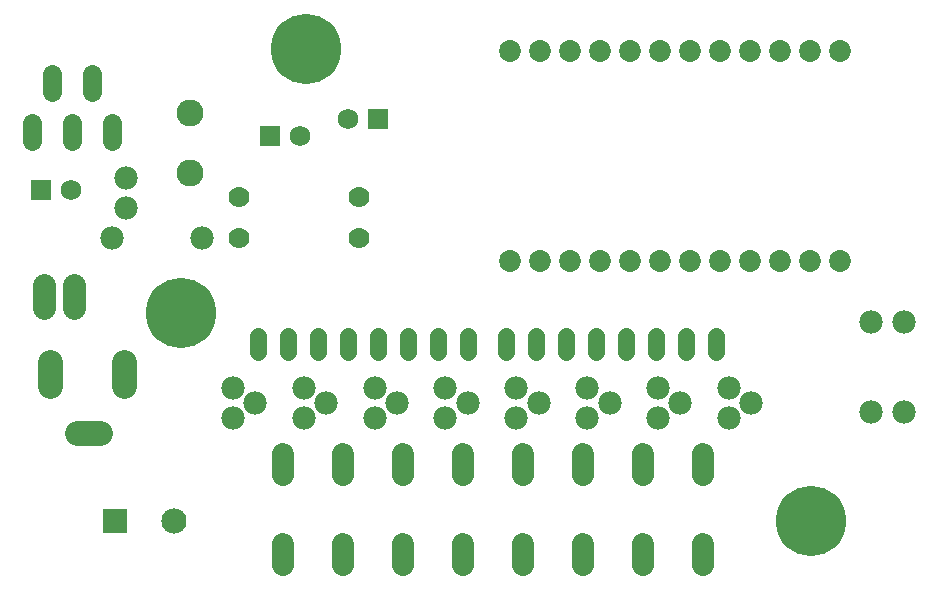
<source format=gbs>
G75*
%MOIN*%
%OFA0B0*%
%FSLAX24Y24*%
%IPPOS*%
%LPD*%
%AMOC8*
5,1,8,0,0,1.08239X$1,22.5*
%
%ADD10C,0.0827*%
%ADD11C,0.0780*%
%ADD12C,0.0690*%
%ADD13R,0.0690X0.0690*%
%ADD14C,0.0730*%
%ADD15C,0.0745*%
%ADD16C,0.0780*%
%ADD17C,0.0640*%
%ADD18C,0.0900*%
%ADD19C,0.0700*%
%ADD20R,0.0840X0.0840*%
%ADD21C,0.0840*%
%ADD22C,0.0560*%
%ADD23C,0.2340*%
D10*
X004358Y005433D02*
X005146Y005433D01*
X005933Y007008D02*
X005933Y007796D01*
X003453Y007796D02*
X003453Y007008D01*
D11*
X003256Y009623D02*
X003256Y010363D01*
X004256Y010363D02*
X004256Y009623D01*
D12*
X004150Y013536D03*
X011787Y015347D03*
X013386Y015898D03*
D13*
X014386Y015898D03*
X010787Y015347D03*
X003150Y013536D03*
D14*
X018791Y011174D03*
X019791Y011174D03*
X020791Y011174D03*
X021791Y011174D03*
X022791Y011174D03*
X023791Y011174D03*
X024791Y011174D03*
X025791Y011174D03*
X026791Y011174D03*
X027791Y011174D03*
X028791Y011174D03*
X029791Y011174D03*
X029791Y018174D03*
X028791Y018174D03*
X027791Y018174D03*
X026791Y018174D03*
X025791Y018174D03*
X024791Y018174D03*
X023791Y018174D03*
X022791Y018174D03*
X021791Y018174D03*
X020791Y018174D03*
X019791Y018174D03*
X018791Y018174D03*
D15*
X019217Y004758D02*
X019217Y004053D01*
X021217Y004053D02*
X021217Y004758D01*
X023217Y004758D02*
X023217Y004053D01*
X025217Y004053D02*
X025217Y004758D01*
X025217Y001758D02*
X025217Y001053D01*
X023217Y001053D02*
X023217Y001758D01*
X021217Y001758D02*
X021217Y001053D01*
X019217Y001053D02*
X019217Y001758D01*
X017217Y001758D02*
X017217Y001053D01*
X015217Y001053D02*
X015217Y001758D01*
X013217Y001758D02*
X013217Y001053D01*
X011217Y001053D02*
X011217Y001758D01*
X011217Y004053D02*
X011217Y004758D01*
X013217Y004758D02*
X013217Y004053D01*
X015217Y004053D02*
X015217Y004758D01*
X017217Y004758D02*
X017217Y004053D01*
D16*
X016642Y005949D03*
X017392Y006449D03*
X016642Y006949D03*
X015030Y006449D03*
X014280Y005949D03*
X012667Y006449D03*
X011917Y005949D03*
X011917Y006949D03*
X010305Y006449D03*
X009555Y006949D03*
X009555Y005949D03*
X014280Y006949D03*
X019004Y006949D03*
X019754Y006449D03*
X019004Y005949D03*
X021366Y005949D03*
X022116Y006449D03*
X021366Y006949D03*
X023728Y006949D03*
X024478Y006449D03*
X023728Y005949D03*
X026091Y005949D03*
X026841Y006449D03*
X026091Y006949D03*
X030815Y006130D03*
X031917Y006130D03*
X031917Y009130D03*
X030815Y009130D03*
X008535Y011961D03*
X006012Y012957D03*
X006012Y013957D03*
X005535Y011961D03*
D17*
X005541Y015173D02*
X005541Y015773D01*
X004201Y015773D02*
X004201Y015173D01*
X002861Y015173D02*
X002861Y015773D01*
X003531Y016813D02*
X003531Y017413D01*
X004871Y017413D02*
X004871Y016813D01*
D18*
X008138Y016095D03*
X008138Y014126D03*
D19*
X009760Y013300D03*
X009760Y011961D03*
X013760Y011961D03*
X013760Y013300D03*
D20*
X005618Y002512D03*
D21*
X007587Y002512D03*
D22*
X010386Y008158D02*
X010386Y008678D01*
X011386Y008678D02*
X011386Y008158D01*
X012386Y008158D02*
X012386Y008678D01*
X013386Y008678D02*
X013386Y008158D01*
X014386Y008158D02*
X014386Y008678D01*
X015386Y008678D02*
X015386Y008158D01*
X016386Y008158D02*
X016386Y008678D01*
X017386Y008678D02*
X017386Y008158D01*
X018654Y008158D02*
X018654Y008678D01*
X019654Y008678D02*
X019654Y008158D01*
X020654Y008158D02*
X020654Y008678D01*
X021654Y008678D02*
X021654Y008158D01*
X022654Y008158D02*
X022654Y008678D01*
X023654Y008678D02*
X023654Y008158D01*
X024654Y008158D02*
X024654Y008678D01*
X025654Y008678D02*
X025654Y008158D01*
D23*
X028846Y002512D03*
X007823Y009441D03*
X011996Y018260D03*
M02*

</source>
